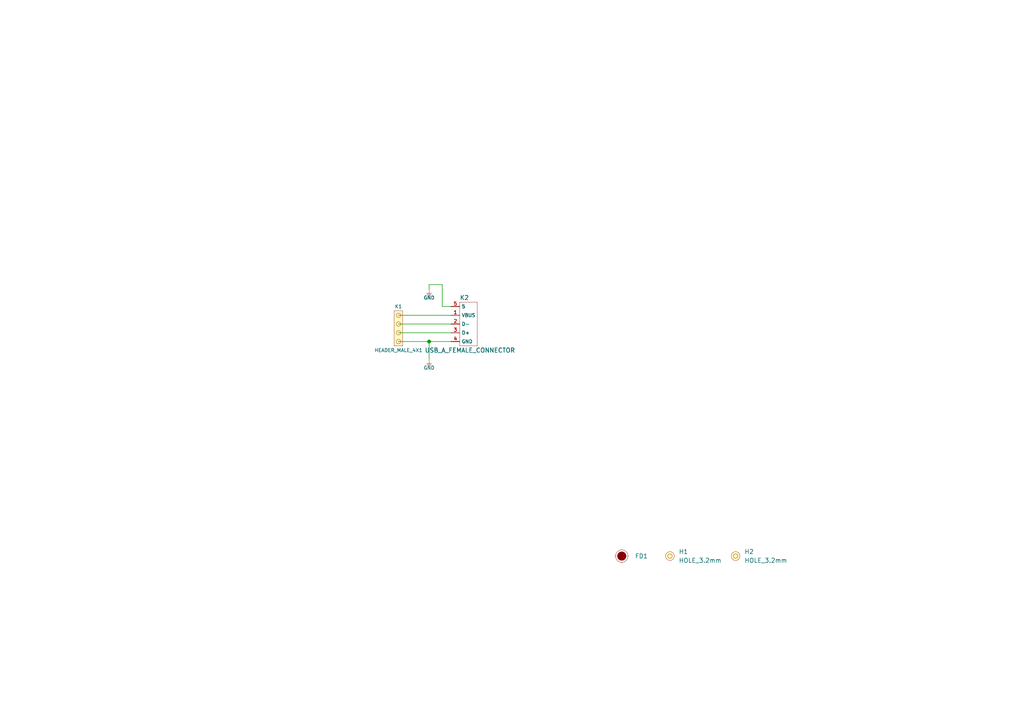
<source format=kicad_sch>
(kicad_sch (version 20210126) (generator eeschema)

  (paper "A4")

  (lib_symbols
    (symbol "e-radionica.com schematics:Fiducial_Stencil" (pin_numbers hide) (pin_names hide) (in_bom yes) (on_board yes)
      (property "Reference" "FD?" (id 0) (at 0 3.048 0)
        (effects (font (size 1.27 1.27)))
      )
      (property "Value" "Fiducial_Stencil" (id 1) (at 0 -2.794 0)
        (effects (font (size 1.27 1.27)) hide)
      )
      (property "Footprint" "e-radionica.com footprinti:FIDUCIAL_1MM_PASTE" (id 2) (at 0 -6.35 0)
        (effects (font (size 1.27 1.27)) hide)
      )
      (property "Datasheet" "" (id 3) (at 0 0 0)
        (effects (font (size 1.27 1.27)) hide)
      )
      (symbol "Fiducial_Stencil_0_1"
        (circle (center 0 0) (radius 1.7961) (stroke (width 0.0006)) (fill (type none)))
        (circle (center 0 0) (radius 1.27) (stroke (width 0.001)) (fill (type outline)))
        (polyline
          (pts
            (xy 1.778 0)
            (xy 2.032 0)
          )
          (stroke (width 0.0006)) (fill (type none))
        )
        (polyline
          (pts
            (xy 0 1.778)
            (xy 0 2.032)
          )
          (stroke (width 0.0006)) (fill (type none))
        )
        (polyline
          (pts
            (xy -1.778 0)
            (xy -2.032 0)
          )
          (stroke (width 0.0006)) (fill (type none))
        )
        (polyline
          (pts
            (xy 0 -1.778)
            (xy 0 -2.032)
          )
          (stroke (width 0.0006)) (fill (type none))
        )
      )
    )
    (symbol "e-radionica.com schematics:GND" (power) (pin_names (offset 0)) (in_bom yes) (on_board yes)
      (property "Reference" "#PWR" (id 0) (at 4.445 0 0)
        (effects (font (size 1 1)) hide)
      )
      (property "Value" "GND" (id 1) (at 0 -2.921 0)
        (effects (font (size 1 1)))
      )
      (property "Footprint" "" (id 2) (at 4.445 3.81 0)
        (effects (font (size 1 1)) hide)
      )
      (property "Datasheet" "" (id 3) (at 4.445 3.81 0)
        (effects (font (size 1 1)) hide)
      )
      (property "ki_keywords" "power-flag" (id 4) (at 0 0 0)
        (effects (font (size 1.27 1.27)) hide)
      )
      (property "ki_description" "Power symbol creates a global label with name \"+3V3\"" (id 5) (at 0 0 0)
        (effects (font (size 1.27 1.27)) hide)
      )
      (symbol "GND_0_1"
        (polyline
          (pts
            (xy 0 0)
            (xy 0 -1.27)
          )
          (stroke (width 0.0006)) (fill (type none))
        )
        (polyline
          (pts
            (xy -0.762 -1.27)
            (xy 0.762 -1.27)
          )
          (stroke (width 0.0006)) (fill (type none))
        )
        (polyline
          (pts
            (xy -0.381 -1.778)
            (xy 0.381 -1.778)
          )
          (stroke (width 0.0006)) (fill (type none))
        )
        (polyline
          (pts
            (xy -0.127 -2.032)
            (xy 0.127 -2.032)
          )
          (stroke (width 0.0006)) (fill (type none))
        )
        (polyline
          (pts
            (xy -0.635 -1.524)
            (xy 0.635 -1.524)
          )
          (stroke (width 0.0006)) (fill (type none))
        )
      )
      (symbol "GND_1_1"
        (pin power_in line (at 0 0 270) (length 0) hide
          (name "GND" (effects (font (size 1.27 1.27))))
          (number "1" (effects (font (size 1.27 1.27))))
        )
      )
    )
    (symbol "e-radionica.com schematics:HEADER_MALE_4X1" (pin_numbers hide) (pin_names hide) (in_bom yes) (on_board yes)
      (property "Reference" "K" (id 0) (at -0.635 7.62 0)
        (effects (font (size 1 1)))
      )
      (property "Value" "HEADER_MALE_4X1" (id 1) (at 0 -5.08 0)
        (effects (font (size 1 1)))
      )
      (property "Footprint" "e-radionica.com footprinti:HEADER_MALE_4X1" (id 2) (at 0 -2.54 0)
        (effects (font (size 1 1)) hide)
      )
      (property "Datasheet" "" (id 3) (at 0 -2.54 0)
        (effects (font (size 1 1)) hide)
      )
      (symbol "HEADER_MALE_4X1_0_1"
        (circle (center 0 -2.54) (radius 0.635) (stroke (width 0.0006)) (fill (type none)))
        (circle (center 0 0) (radius 0.635) (stroke (width 0.0006)) (fill (type none)))
        (circle (center 0 2.54) (radius 0.635) (stroke (width 0.0006)) (fill (type none)))
        (circle (center 0 5.08) (radius 0.635) (stroke (width 0.0006)) (fill (type none)))
        (rectangle (start 1.27 -3.81) (end -1.27 6.35)
          (stroke (width 0.001)) (fill (type background))
        )
      )
      (symbol "HEADER_MALE_4X1_1_1"
        (pin passive line (at 0 -2.54 180) (length 0)
          (name "~" (effects (font (size 1 1))))
          (number "1" (effects (font (size 1 1))))
        )
        (pin passive line (at 0 0 180) (length 0)
          (name "~" (effects (font (size 1 1))))
          (number "2" (effects (font (size 1 1))))
        )
        (pin passive line (at 0 2.54 180) (length 0)
          (name "~" (effects (font (size 1 1))))
          (number "3" (effects (font (size 1 1))))
        )
        (pin passive line (at 0 5.08 180) (length 0)
          (name "~" (effects (font (size 1 1))))
          (number "4" (effects (font (size 1 1))))
        )
      )
    )
    (symbol "e-radionica.com schematics:HOLE_3.2mm" (pin_numbers hide) (pin_names hide) (in_bom yes) (on_board yes)
      (property "Reference" "H" (id 0) (at 0 2.54 0)
        (effects (font (size 1.27 1.27)))
      )
      (property "Value" "HOLE_3.2mm" (id 1) (at 0 -2.54 0)
        (effects (font (size 1.27 1.27)))
      )
      (property "Footprint" "e-radionica.com footprinti:HOLE_3.2mm" (id 2) (at 0 0 0)
        (effects (font (size 1.27 1.27)) hide)
      )
      (property "Datasheet" "" (id 3) (at 0 0 0)
        (effects (font (size 1.27 1.27)) hide)
      )
      (symbol "HOLE_3.2mm_0_1"
        (circle (center 0 0) (radius 1.27) (stroke (width 0.001)) (fill (type background)))
        (circle (center 0 0) (radius 0.635) (stroke (width 0.0006)) (fill (type none)))
      )
    )
    (symbol "e-radionica.com schematics:USB_A_FEMALE_CONNECTOR" (in_bom yes) (on_board yes)
      (property "Reference" "K" (id 0) (at 0 10.16 0)
        (effects (font (size 1.27 1.27)))
      )
      (property "Value" "USB_A_FEMALE_CONNECTOR" (id 1) (at 1.27 -7.62 0)
        (effects (font (size 1.27 1.27)))
      )
      (property "Footprint" "e-radionica.com footprinti:USB_A_FEMALE_CONECTOR" (id 2) (at 0 0 0)
        (effects (font (size 1.27 1.27)) hide)
      )
      (property "Datasheet" "" (id 3) (at 0 1.27 0)
        (effects (font (size 1.27 1.27)) hide)
      )
      (symbol "USB_A_FEMALE_CONNECTOR_0_1"
        (rectangle (start -2.54 6.35) (end 2.54 -6.35)
          (stroke (width 0.0006)) (fill (type none))
        )
      )
      (symbol "USB_A_FEMALE_CONNECTOR_1_1"
        (pin passive line (at 5.08 2.54 180) (length 2.54)
          (name "D+" (effects (font (size 1 1))))
          (number "3" (effects (font (size 1 1))))
        )
        (pin passive line (at 5.08 0 180) (length 2.54)
          (name "D-" (effects (font (size 1 1))))
          (number "2" (effects (font (size 1 1))))
        )
        (pin passive line (at 5.08 -2.54 180) (length 2.54)
          (name "VBUS" (effects (font (size 1 1))))
          (number "1" (effects (font (size 1 1))))
        )
        (pin passive line (at 5.08 5.08 180) (length 2.54)
          (name "GND" (effects (font (size 1 1))))
          (number "4" (effects (font (size 1 1))))
        )
        (pin passive line (at 5.08 -5.08 180) (length 2.54)
          (name "5" (effects (font (size 1 1))))
          (number "5" (effects (font (size 1 1))))
        )
      )
    )
  )

  (junction (at 124.46 99.06) (diameter 0.9144) (color 0 0 0 0))

  (wire (pts (xy 115.57 91.44) (xy 130.81 91.44))
    (stroke (width 0) (type solid) (color 0 0 0 0))
    (uuid 71cd645a-3f6e-4415-bbbd-b75ebc6ba803)
  )
  (wire (pts (xy 115.57 93.98) (xy 130.81 93.98))
    (stroke (width 0) (type solid) (color 0 0 0 0))
    (uuid e7a17af9-c975-45f6-9408-bf654c3d5ef4)
  )
  (wire (pts (xy 115.57 96.52) (xy 130.81 96.52))
    (stroke (width 0) (type solid) (color 0 0 0 0))
    (uuid df01a998-8c7e-4968-88f9-aa39daac91b0)
  )
  (wire (pts (xy 115.57 99.06) (xy 124.46 99.06))
    (stroke (width 0) (type solid) (color 0 0 0 0))
    (uuid 2213e885-c8d7-44f4-b2c6-7fdedc450c5d)
  )
  (wire (pts (xy 124.46 82.55) (xy 124.46 83.82))
    (stroke (width 0) (type solid) (color 0 0 0 0))
    (uuid 1cfa15f8-5db3-4a53-9ad7-6906521c4c02)
  )
  (wire (pts (xy 124.46 99.06) (xy 124.46 104.14))
    (stroke (width 0) (type solid) (color 0 0 0 0))
    (uuid f119c8e7-6a7a-4455-aa53-60b3da380bf0)
  )
  (wire (pts (xy 128.27 82.55) (xy 124.46 82.55))
    (stroke (width 0) (type solid) (color 0 0 0 0))
    (uuid 1cfa15f8-5db3-4a53-9ad7-6906521c4c02)
  )
  (wire (pts (xy 128.27 88.9) (xy 128.27 82.55))
    (stroke (width 0) (type solid) (color 0 0 0 0))
    (uuid 1cfa15f8-5db3-4a53-9ad7-6906521c4c02)
  )
  (wire (pts (xy 130.81 88.9) (xy 128.27 88.9))
    (stroke (width 0) (type solid) (color 0 0 0 0))
    (uuid 1cfa15f8-5db3-4a53-9ad7-6906521c4c02)
  )
  (wire (pts (xy 130.81 99.06) (xy 124.46 99.06))
    (stroke (width 0) (type solid) (color 0 0 0 0))
    (uuid f119c8e7-6a7a-4455-aa53-60b3da380bf0)
  )

  (symbol (lib_id "e-radionica.com schematics:GND") (at 124.46 83.82 0) (unit 1)
    (in_bom yes) (on_board yes)
    (uuid b2406ea7-f2a8-4be5-8f1f-53287159611c)
    (property "Reference" "#PWR?" (id 0) (at 128.905 83.82 0)
      (effects (font (size 1 1)) hide)
    )
    (property "Value" "GND" (id 1) (at 124.46 86.36 0)
      (effects (font (size 1 1)))
    )
    (property "Footprint" "" (id 2) (at 128.905 80.01 0)
      (effects (font (size 1 1)) hide)
    )
    (property "Datasheet" "" (id 3) (at 128.905 80.01 0)
      (effects (font (size 1 1)) hide)
    )
    (pin "1" (uuid bf870fcc-6fad-4662-9246-f263f3f79dac))
  )

  (symbol (lib_id "e-radionica.com schematics:GND") (at 124.46 104.14 0) (unit 1)
    (in_bom yes) (on_board yes)
    (uuid da1ff2a5-5ec6-4424-a3ee-da557a2695fd)
    (property "Reference" "#PWR?" (id 0) (at 128.905 104.14 0)
      (effects (font (size 1 1)) hide)
    )
    (property "Value" "GND" (id 1) (at 124.46 106.68 0)
      (effects (font (size 1 1)))
    )
    (property "Footprint" "" (id 2) (at 128.905 100.33 0)
      (effects (font (size 1 1)) hide)
    )
    (property "Datasheet" "" (id 3) (at 128.905 100.33 0)
      (effects (font (size 1 1)) hide)
    )
    (pin "1" (uuid bf870fcc-6fad-4662-9246-f263f3f79dac))
  )

  (symbol (lib_id "e-radionica.com schematics:HOLE_3.2mm") (at 194.31 161.29 0) (unit 1)
    (in_bom yes) (on_board yes)
    (uuid bfa83fdf-7ab0-4d72-902a-08f11da59c9f)
    (property "Reference" "H1" (id 0) (at 196.85 160.02 0)
      (effects (font (size 1.27 1.27)) (justify left))
    )
    (property "Value" "HOLE_3.2mm" (id 1) (at 196.85 162.56 0)
      (effects (font (size 1.27 1.27)) (justify left))
    )
    (property "Footprint" "e-radionica.com footprinti:HOLE_3.2mm" (id 2) (at 194.31 161.29 0)
      (effects (font (size 1.27 1.27)) hide)
    )
    (property "Datasheet" "" (id 3) (at 194.31 161.29 0)
      (effects (font (size 1.27 1.27)) hide)
    )
  )

  (symbol (lib_id "e-radionica.com schematics:HOLE_3.2mm") (at 213.36 161.29 0) (unit 1)
    (in_bom yes) (on_board yes)
    (uuid c9b32bd6-f4a2-41d3-9979-f21a523368d2)
    (property "Reference" "H2" (id 0) (at 215.9 160.02 0)
      (effects (font (size 1.27 1.27)) (justify left))
    )
    (property "Value" "HOLE_3.2mm" (id 1) (at 215.9 162.56 0)
      (effects (font (size 1.27 1.27)) (justify left))
    )
    (property "Footprint" "e-radionica.com footprinti:HOLE_3.2mm" (id 2) (at 213.36 161.29 0)
      (effects (font (size 1.27 1.27)) hide)
    )
    (property "Datasheet" "" (id 3) (at 213.36 161.29 0)
      (effects (font (size 1.27 1.27)) hide)
    )
  )

  (symbol (lib_id "e-radionica.com schematics:Fiducial_Stencil") (at 180.34 161.29 0) (unit 1)
    (in_bom yes) (on_board yes)
    (uuid 05f1d20b-42d0-4ca8-8c94-cf1badeaeeaf)
    (property "Reference" "FD1" (id 0) (at 184.15 161.29 0)
      (effects (font (size 1.27 1.27)) (justify left))
    )
    (property "Value" "Fiducial_Stencil" (id 1) (at 180.34 164.084 0)
      (effects (font (size 1.27 1.27)) hide)
    )
    (property "Footprint" "e-radionica.com footprinti:FIDUCIAL_1MM_PASTE" (id 2) (at 180.34 167.64 0)
      (effects (font (size 1.27 1.27)) hide)
    )
    (property "Datasheet" "" (id 3) (at 180.34 161.29 0)
      (effects (font (size 1.27 1.27)) hide)
    )
  )

  (symbol (lib_id "e-radionica.com schematics:HEADER_MALE_4X1") (at 115.57 96.52 0) (unit 1)
    (in_bom yes) (on_board yes)
    (uuid c176e891-c81c-4720-a34d-b5d86645fd78)
    (property "Reference" "K1" (id 0) (at 115.57 88.9 0)
      (effects (font (size 1 1)))
    )
    (property "Value" "HEADER_MALE_4X1" (id 1) (at 115.57 101.6 0)
      (effects (font (size 1 1)))
    )
    (property "Footprint" "e-radionica.com footprinti:HEADER_MALE_4X1" (id 2) (at 115.57 99.06 0)
      (effects (font (size 1 1)) hide)
    )
    (property "Datasheet" "" (id 3) (at 115.57 99.06 0)
      (effects (font (size 1 1)) hide)
    )
    (pin "1" (uuid f37431ab-1bf8-40c9-ab0d-43d6c815b9b2))
    (pin "2" (uuid 5aebaea4-fa21-4a6a-b023-d96565c3e61f))
    (pin "3" (uuid 1fd9ecad-037f-4674-b990-03d8461545c8))
    (pin "4" (uuid cb7b626c-afe1-47d0-b899-9211a668894d))
  )

  (symbol (lib_id "e-radionica.com schematics:USB_A_FEMALE_CONNECTOR") (at 135.89 93.98 180) (unit 1)
    (in_bom yes) (on_board yes)
    (uuid 7c9693fe-8590-4c10-bd9b-b659e50d3620)
    (property "Reference" "K2" (id 0) (at 133.35 86.36 0)
      (effects (font (size 1.27 1.27)) (justify right))
    )
    (property "Value" "USB_A_FEMALE_CONNECTOR" (id 1) (at 123.19 101.6 0)
      (effects (font (size 1.27 1.27)) (justify right))
    )
    (property "Footprint" "e-radionica.com footprinti:USB_A_FEMALE_CONECTOR" (id 2) (at 135.89 93.98 0)
      (effects (font (size 1.27 1.27)) hide)
    )
    (property "Datasheet" "" (id 3) (at 135.89 95.25 0)
      (effects (font (size 1.27 1.27)) hide)
    )
    (pin "3" (uuid f5f8b119-5f4e-4120-9694-bfb949ab1e4c))
    (pin "2" (uuid fcf79824-107c-496b-a771-183b3a59a3f5))
    (pin "1" (uuid c6b9c6e0-6545-41e1-a33c-3e3648bd90bc))
    (pin "4" (uuid 41ff7ef7-554c-477b-9750-4125bc822ff6))
    (pin "5" (uuid 5ee7c644-a05e-4cac-9b09-cf99f896de39))
  )

  (sheet_instances
    (path "/" (page "1"))
  )

  (symbol_instances
    (path "/b2406ea7-f2a8-4be5-8f1f-53287159611c"
      (reference "#PWR?") (unit 1) (value "GND") (footprint "")
    )
    (path "/da1ff2a5-5ec6-4424-a3ee-da557a2695fd"
      (reference "#PWR?") (unit 1) (value "GND") (footprint "")
    )
    (path "/05f1d20b-42d0-4ca8-8c94-cf1badeaeeaf"
      (reference "FD1") (unit 1) (value "Fiducial_Stencil") (footprint "e-radionica.com footprinti:FIDUCIAL_1MM_PASTE")
    )
    (path "/bfa83fdf-7ab0-4d72-902a-08f11da59c9f"
      (reference "H1") (unit 1) (value "HOLE_3.2mm") (footprint "e-radionica.com footprinti:HOLE_3.2mm")
    )
    (path "/c9b32bd6-f4a2-41d3-9979-f21a523368d2"
      (reference "H2") (unit 1) (value "HOLE_3.2mm") (footprint "e-radionica.com footprinti:HOLE_3.2mm")
    )
    (path "/c176e891-c81c-4720-a34d-b5d86645fd78"
      (reference "K1") (unit 1) (value "HEADER_MALE_4X1") (footprint "e-radionica.com footprinti:HEADER_MALE_4X1")
    )
    (path "/7c9693fe-8590-4c10-bd9b-b659e50d3620"
      (reference "K2") (unit 1) (value "USB_A_FEMALE_CONNECTOR") (footprint "e-radionica.com footprinti:USB_A_FEMALE_CONECTOR")
    )
  )
)

</source>
